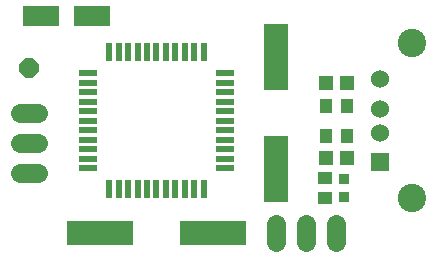
<source format=gbr>
G04 EAGLE Gerber RS-274X export*
G75*
%MOMM*%
%FSLAX34Y34*%
%LPD*%
%INSoldermask Top*%
%IPPOS*%
%AMOC8*
5,1,8,0,0,1.08239X$1,22.5*%
G01*
%ADD10R,1.529600X1.529600*%
%ADD11C,1.529600*%
%ADD12C,2.401600*%
%ADD13R,2.101600X5.601600*%
%ADD14C,1.625600*%
%ADD15R,1.601600X0.601600*%
%ADD16R,0.601600X1.601600*%
%ADD17R,3.101600X1.701600*%
%ADD18R,1.151600X1.181600*%
%ADD19R,1.101600X1.201600*%
%ADD20R,5.601600X2.101600*%
%ADD21R,0.901600X0.901600*%
%ADD22R,1.201600X1.101600*%
%ADD23P,1.759533X8X22.500000*%


D10*
X322250Y92000D03*
D11*
X322250Y117000D03*
X322250Y137000D03*
X322250Y162000D03*
D12*
X349350Y61300D03*
X349350Y192700D03*
D13*
X234950Y85850D03*
X234950Y180850D03*
D14*
X234950Y39370D02*
X234950Y24130D01*
X260350Y24130D02*
X260350Y39370D01*
X285750Y39370D02*
X285750Y24130D01*
D15*
X75350Y167000D03*
X75350Y159000D03*
X75350Y151000D03*
X75350Y143000D03*
X75350Y135000D03*
X75350Y127000D03*
X75350Y119000D03*
X75350Y111000D03*
X75350Y103000D03*
X75350Y95000D03*
X75350Y87000D03*
D16*
X93350Y69000D03*
X101350Y69000D03*
X109350Y69000D03*
X117350Y69000D03*
X125350Y69000D03*
X133350Y69000D03*
X141350Y69000D03*
X149350Y69000D03*
X157350Y69000D03*
X165350Y69000D03*
X173350Y69000D03*
D15*
X191350Y87000D03*
X191350Y95000D03*
X191350Y103000D03*
X191350Y111000D03*
X191350Y119000D03*
X191350Y127000D03*
X191350Y135000D03*
X191350Y143000D03*
X191350Y151000D03*
X191350Y159000D03*
X191350Y167000D03*
D16*
X173350Y185000D03*
X165350Y185000D03*
X157350Y185000D03*
X149350Y185000D03*
X141350Y185000D03*
X133350Y185000D03*
X125350Y185000D03*
X117350Y185000D03*
X109350Y185000D03*
X101350Y185000D03*
X93350Y185000D03*
D17*
X79150Y215900D03*
X35150Y215900D03*
D18*
X277000Y158750D03*
X294500Y158750D03*
X277000Y95250D03*
X294500Y95250D03*
D19*
X294250Y114300D03*
X277250Y114300D03*
X294250Y139700D03*
X277250Y139700D03*
D20*
X85850Y31750D03*
X180850Y31750D03*
D21*
X292100Y62350D03*
X292100Y77350D03*
D22*
X276225Y61350D03*
X276225Y78350D03*
D14*
X33020Y82550D02*
X17780Y82550D01*
X17780Y107950D02*
X33020Y107950D01*
X33020Y133350D02*
X17780Y133350D01*
D23*
X25400Y171450D03*
M02*

</source>
